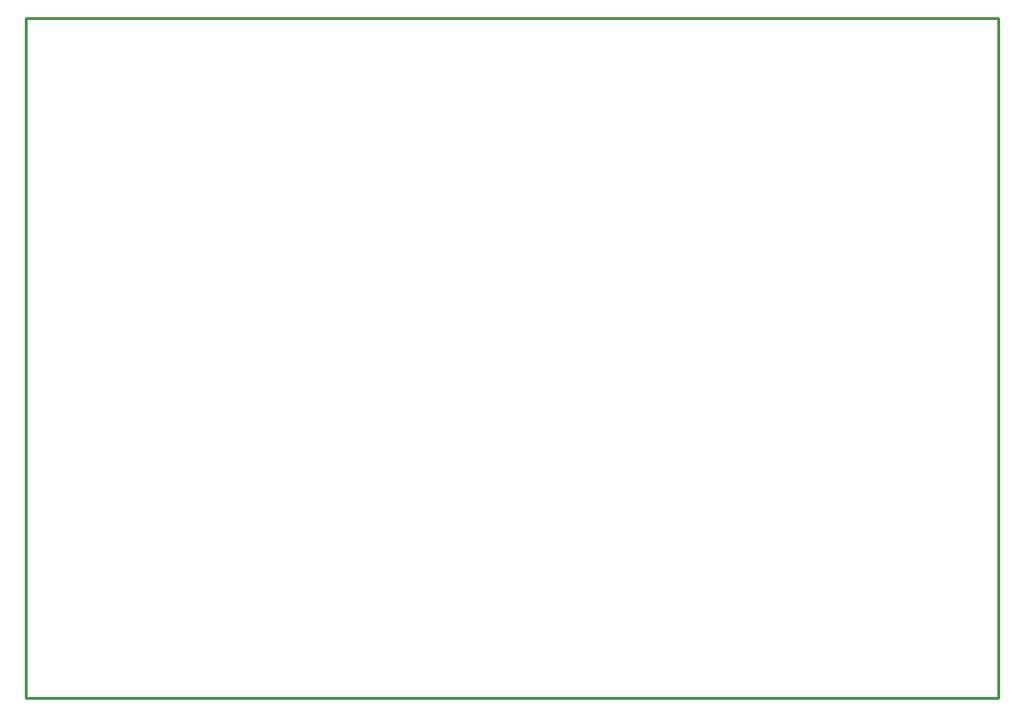
<source format=gbr>
G04 start of page 6 for group 4 idx 1 *
G04 Title: (unknown), outline *
G04 Creator: pcb 1.99z *
G04 CreationDate: Wed 03 Jul 2013 06:17:13 PM GMT UTC *
G04 For: commonadmin *
G04 Format: Gerber/RS-274X *
G04 PCB-Dimensions: 600000 500000 *
G04 PCB-Coordinate-Origin: lower left *
%MOIN*%
%FSLAX25Y25*%
%LNOUTLINE*%
%ADD54C,0.0100*%
G54D54*X410000Y22500D02*Y260000D01*
X70000D02*Y22500D01*
Y260000D02*X410000D01*
X70000Y22500D02*X410000D01*
M02*

</source>
